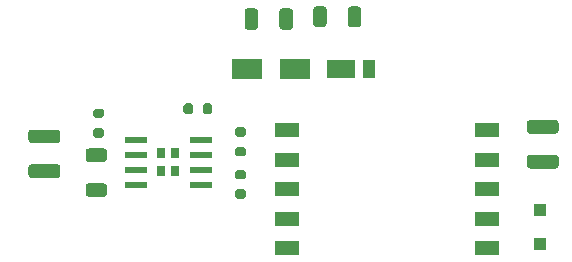
<source format=gbr>
%TF.GenerationSoftware,KiCad,Pcbnew,5.1.9+dfsg1-1*%
%TF.CreationDate,2021-02-27T20:44:50-08:00*%
%TF.ProjectId,hv-supply-test,68762d73-7570-4706-9c79-2d746573742e,rev?*%
%TF.SameCoordinates,Original*%
%TF.FileFunction,Paste,Top*%
%TF.FilePolarity,Positive*%
%FSLAX46Y46*%
G04 Gerber Fmt 4.6, Leading zero omitted, Abs format (unit mm)*
G04 Created by KiCad (PCBNEW 5.1.9+dfsg1-1) date 2021-02-27 20:44:50*
%MOMM*%
%LPD*%
G01*
G04 APERTURE LIST*
%ADD10R,2.029999X1.270000*%
%ADD11R,0.723000X0.930000*%
%ADD12R,1.910000X0.610000*%
%ADD13R,1.100000X1.100000*%
%ADD14R,1.050000X1.500000*%
%ADD15R,2.400000X1.500000*%
%ADD16R,2.500000X1.800000*%
G04 APERTURE END LIST*
%TO.C,C2*%
G36*
G01*
X160749999Y-42300000D02*
X162050001Y-42300000D01*
G75*
G02*
X162300000Y-42549999I0J-249999D01*
G01*
X162300000Y-43200001D01*
G75*
G02*
X162050001Y-43450000I-249999J0D01*
G01*
X160749999Y-43450000D01*
G75*
G02*
X160500000Y-43200001I0J249999D01*
G01*
X160500000Y-42549999D01*
G75*
G02*
X160749999Y-42300000I249999J0D01*
G01*
G37*
G36*
G01*
X160749999Y-39350000D02*
X162050001Y-39350000D01*
G75*
G02*
X162300000Y-39599999I0J-249999D01*
G01*
X162300000Y-40250001D01*
G75*
G02*
X162050001Y-40500000I-249999J0D01*
G01*
X160749999Y-40500000D01*
G75*
G02*
X160500000Y-40250001I0J249999D01*
G01*
X160500000Y-39599999D01*
G75*
G02*
X160749999Y-39350000I249999J0D01*
G01*
G37*
%TD*%
%TO.C,R3*%
G36*
G01*
X180900000Y-27574999D02*
X180900000Y-28825001D01*
G75*
G02*
X180650001Y-29075000I-249999J0D01*
G01*
X180024999Y-29075000D01*
G75*
G02*
X179775000Y-28825001I0J249999D01*
G01*
X179775000Y-27574999D01*
G75*
G02*
X180024999Y-27325000I249999J0D01*
G01*
X180650001Y-27325000D01*
G75*
G02*
X180900000Y-27574999I0J-249999D01*
G01*
G37*
G36*
G01*
X183825000Y-27574999D02*
X183825000Y-28825001D01*
G75*
G02*
X183575001Y-29075000I-249999J0D01*
G01*
X182949999Y-29075000D01*
G75*
G02*
X182700000Y-28825001I0J249999D01*
G01*
X182700000Y-27574999D01*
G75*
G02*
X182949999Y-27325000I249999J0D01*
G01*
X183575001Y-27325000D01*
G75*
G02*
X183825000Y-27574999I0J-249999D01*
G01*
G37*
%TD*%
%TO.C,C3*%
G36*
G01*
X175100000Y-27749999D02*
X175100000Y-29050001D01*
G75*
G02*
X174850001Y-29300000I-249999J0D01*
G01*
X174199999Y-29300000D01*
G75*
G02*
X173950000Y-29050001I0J249999D01*
G01*
X173950000Y-27749999D01*
G75*
G02*
X174199999Y-27500000I249999J0D01*
G01*
X174850001Y-27500000D01*
G75*
G02*
X175100000Y-27749999I0J-249999D01*
G01*
G37*
G36*
G01*
X178050000Y-27749999D02*
X178050000Y-29050001D01*
G75*
G02*
X177800001Y-29300000I-249999J0D01*
G01*
X177149999Y-29300000D01*
G75*
G02*
X176900000Y-29050001I0J249999D01*
G01*
X176900000Y-27749999D01*
G75*
G02*
X177149999Y-27500000I249999J0D01*
G01*
X177800001Y-27500000D01*
G75*
G02*
X178050000Y-27749999I0J-249999D01*
G01*
G37*
%TD*%
%TO.C,C5*%
G36*
G01*
X200300001Y-38100000D02*
X198099999Y-38100000D01*
G75*
G02*
X197850000Y-37850001I0J249999D01*
G01*
X197850000Y-37199999D01*
G75*
G02*
X198099999Y-36950000I249999J0D01*
G01*
X200300001Y-36950000D01*
G75*
G02*
X200550000Y-37199999I0J-249999D01*
G01*
X200550000Y-37850001D01*
G75*
G02*
X200300001Y-38100000I-249999J0D01*
G01*
G37*
G36*
G01*
X200300001Y-41050000D02*
X198099999Y-41050000D01*
G75*
G02*
X197850000Y-40800001I0J249999D01*
G01*
X197850000Y-40149999D01*
G75*
G02*
X198099999Y-39900000I249999J0D01*
G01*
X200300001Y-39900000D01*
G75*
G02*
X200550000Y-40149999I0J-249999D01*
G01*
X200550000Y-40800001D01*
G75*
G02*
X200300001Y-41050000I-249999J0D01*
G01*
G37*
%TD*%
D10*
%TO.C,T1*%
X177510000Y-37800000D03*
X194490000Y-37800000D03*
X177510000Y-40300000D03*
X194490000Y-40300000D03*
X177510000Y-42800000D03*
X194490000Y-42800000D03*
X177510000Y-45300000D03*
X194490000Y-45300000D03*
X177510000Y-47800000D03*
X194490000Y-47800000D03*
%TD*%
%TO.C,R4*%
G36*
G01*
X170425000Y-36275000D02*
X170425000Y-35725000D01*
G75*
G02*
X170625000Y-35525000I200000J0D01*
G01*
X171025000Y-35525000D01*
G75*
G02*
X171225000Y-35725000I0J-200000D01*
G01*
X171225000Y-36275000D01*
G75*
G02*
X171025000Y-36475000I-200000J0D01*
G01*
X170625000Y-36475000D01*
G75*
G02*
X170425000Y-36275000I0J200000D01*
G01*
G37*
G36*
G01*
X168775000Y-36275000D02*
X168775000Y-35725000D01*
G75*
G02*
X168975000Y-35525000I200000J0D01*
G01*
X169375000Y-35525000D01*
G75*
G02*
X169575000Y-35725000I0J-200000D01*
G01*
X169575000Y-36275000D01*
G75*
G02*
X169375000Y-36475000I-200000J0D01*
G01*
X168975000Y-36475000D01*
G75*
G02*
X168775000Y-36275000I0J200000D01*
G01*
G37*
%TD*%
D11*
%TO.C,U2*%
X166897500Y-39725000D03*
X166897500Y-41275000D03*
X168102500Y-39725000D03*
X168102500Y-41275000D03*
D12*
X170280000Y-38595000D03*
X170280000Y-39865000D03*
X170280000Y-41135000D03*
X170280000Y-42405000D03*
X164720000Y-42405000D03*
X164720000Y-41135000D03*
X164720000Y-39865000D03*
X164720000Y-38595000D03*
%TD*%
%TO.C,R5*%
G36*
G01*
X173875000Y-41975000D02*
X173325000Y-41975000D01*
G75*
G02*
X173125000Y-41775000I0J200000D01*
G01*
X173125000Y-41375000D01*
G75*
G02*
X173325000Y-41175000I200000J0D01*
G01*
X173875000Y-41175000D01*
G75*
G02*
X174075000Y-41375000I0J-200000D01*
G01*
X174075000Y-41775000D01*
G75*
G02*
X173875000Y-41975000I-200000J0D01*
G01*
G37*
G36*
G01*
X173875000Y-43625000D02*
X173325000Y-43625000D01*
G75*
G02*
X173125000Y-43425000I0J200000D01*
G01*
X173125000Y-43025000D01*
G75*
G02*
X173325000Y-42825000I200000J0D01*
G01*
X173875000Y-42825000D01*
G75*
G02*
X174075000Y-43025000I0J-200000D01*
G01*
X174075000Y-43425000D01*
G75*
G02*
X173875000Y-43625000I-200000J0D01*
G01*
G37*
%TD*%
%TO.C,R2*%
G36*
G01*
X173325000Y-39225000D02*
X173875000Y-39225000D01*
G75*
G02*
X174075000Y-39425000I0J-200000D01*
G01*
X174075000Y-39825000D01*
G75*
G02*
X173875000Y-40025000I-200000J0D01*
G01*
X173325000Y-40025000D01*
G75*
G02*
X173125000Y-39825000I0J200000D01*
G01*
X173125000Y-39425000D01*
G75*
G02*
X173325000Y-39225000I200000J0D01*
G01*
G37*
G36*
G01*
X173325000Y-37575000D02*
X173875000Y-37575000D01*
G75*
G02*
X174075000Y-37775000I0J-200000D01*
G01*
X174075000Y-38175000D01*
G75*
G02*
X173875000Y-38375000I-200000J0D01*
G01*
X173325000Y-38375000D01*
G75*
G02*
X173125000Y-38175000I0J200000D01*
G01*
X173125000Y-37775000D01*
G75*
G02*
X173325000Y-37575000I200000J0D01*
G01*
G37*
%TD*%
%TO.C,R1*%
G36*
G01*
X161875000Y-36775000D02*
X161325000Y-36775000D01*
G75*
G02*
X161125000Y-36575000I0J200000D01*
G01*
X161125000Y-36175000D01*
G75*
G02*
X161325000Y-35975000I200000J0D01*
G01*
X161875000Y-35975000D01*
G75*
G02*
X162075000Y-36175000I0J-200000D01*
G01*
X162075000Y-36575000D01*
G75*
G02*
X161875000Y-36775000I-200000J0D01*
G01*
G37*
G36*
G01*
X161875000Y-38425000D02*
X161325000Y-38425000D01*
G75*
G02*
X161125000Y-38225000I0J200000D01*
G01*
X161125000Y-37825000D01*
G75*
G02*
X161325000Y-37625000I200000J0D01*
G01*
X161875000Y-37625000D01*
G75*
G02*
X162075000Y-37825000I0J-200000D01*
G01*
X162075000Y-38225000D01*
G75*
G02*
X161875000Y-38425000I-200000J0D01*
G01*
G37*
%TD*%
D13*
%TO.C,D3*%
X199000000Y-47400000D03*
X199000000Y-44600000D03*
%TD*%
D14*
%TO.C,D2*%
X184525000Y-32600000D03*
D15*
X182150000Y-32600000D03*
%TD*%
D16*
%TO.C,D1*%
X174200000Y-32600000D03*
X178200000Y-32600000D03*
%TD*%
%TO.C,C1*%
G36*
G01*
X155899999Y-40700000D02*
X158100001Y-40700000D01*
G75*
G02*
X158350000Y-40949999I0J-249999D01*
G01*
X158350000Y-41600001D01*
G75*
G02*
X158100001Y-41850000I-249999J0D01*
G01*
X155899999Y-41850000D01*
G75*
G02*
X155650000Y-41600001I0J249999D01*
G01*
X155650000Y-40949999D01*
G75*
G02*
X155899999Y-40700000I249999J0D01*
G01*
G37*
G36*
G01*
X155899999Y-37750000D02*
X158100001Y-37750000D01*
G75*
G02*
X158350000Y-37999999I0J-249999D01*
G01*
X158350000Y-38650001D01*
G75*
G02*
X158100001Y-38900000I-249999J0D01*
G01*
X155899999Y-38900000D01*
G75*
G02*
X155650000Y-38650001I0J249999D01*
G01*
X155650000Y-37999999D01*
G75*
G02*
X155899999Y-37750000I249999J0D01*
G01*
G37*
%TD*%
M02*

</source>
